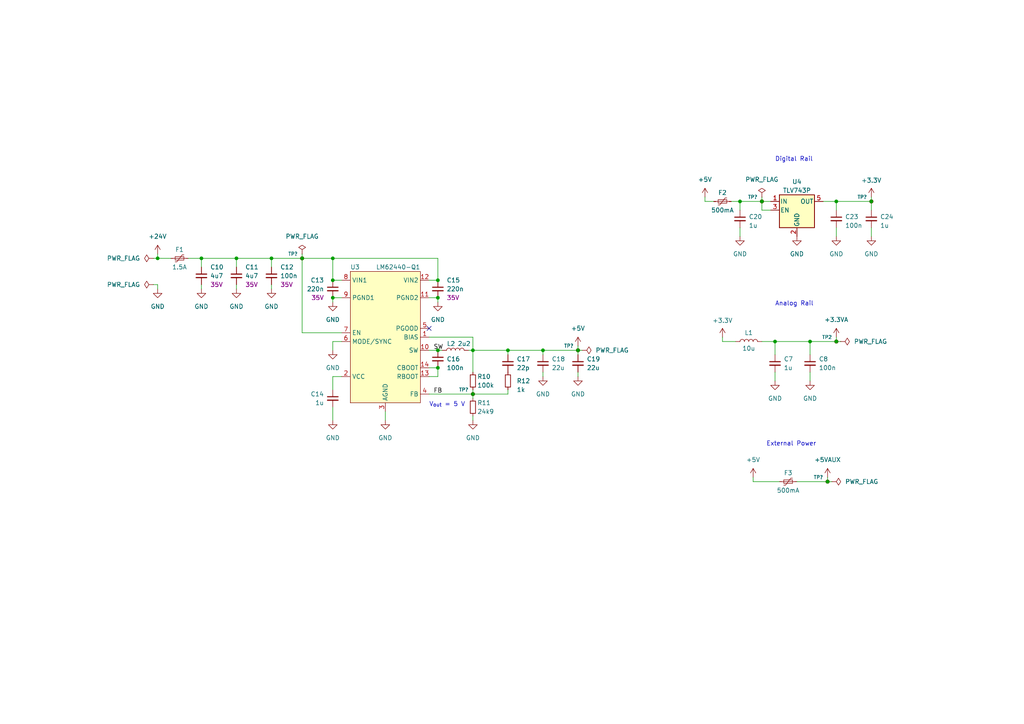
<source format=kicad_sch>
(kicad_sch (version 20230121) (generator eeschema)
  (paper "A4")
  (title_block (date "2023-09-20") (rev "${REVISION}") (company "Author: I. Kajdan") (comment 1 "Reviewer:"))
  (lib_symbols
    (symbol "Connector:TestPoint_Small" (pin_numbers hide) (pin_names (offset 0.762) hide)
      (property "Reference" "TP" (at 0 3.81 0))
      (property "Value" "TestPoint_Small" (at 0 2.032 0))
      (symbol "TestPoint_Small_0_1"
        (circle (center 0 0) (radius 0.508))
      )
      (symbol "TestPoint_Small_1_1"
        (pin passive line (at 0 0 90) (length 0) (name "1") (number "1"))
      )
    )
    (symbol "Device:C_Small" (pin_numbers hide) (pin_names (offset 0.254) hide)
      (property "Reference" "C" (at 0.254 1.778 0))
      (property "Value" "C_Small" (at 0.254 -2.032 0))
      (symbol "C_Small_0_1"
        (polyline (pts (xy -1.524 -0.508) (xy 1.524 -0.508)) (stroke (width 0.3302)))
        (polyline (pts (xy -1.524 0.508) (xy 1.524 0.508)) (stroke (width 0.3048)))
      )
      (symbol "C_Small_1_1"
        (pin passive line (at 0 2.54 270) (length 2.032) (name "~") (number "1"))
        (pin passive line (at 0 -2.54 90) (length 2.032) (name "~") (number "2"))
      )
    )
    (symbol "Device:L" (pin_numbers hide) (pin_names (offset 1.016) hide)
      (property "Reference" "L" (at -1.27 0 90))
      (property "Value" "L" (at 1.905 0 90))
      (symbol "L_0_1"
        (arc (start 0 -2.54) (mid 0.6323 -1.905) (end 0 -1.27))
        (arc (start 0 -1.27) (mid 0.6323 -0.635) (end 0 0))
        (arc (start 0 0) (mid 0.6323 0.635) (end 0 1.27))
        (arc (start 0 1.27) (mid 0.6323 1.905) (end 0 2.54))
      )
      (symbol "L_1_1"
        (pin passive line (at 0 3.81 270) (length 1.27) (name "1") (number "1"))
        (pin passive line (at 0 -3.81 90) (length 1.27) (name "2") (number "2"))
      )
    )
    (symbol "Device:Polyfuse_Small" (pin_numbers hide) (pin_names (offset 0))
      (property "Reference" "F" (at -1.905 0 90))
      (property "Value" "Polyfuse_Small" (at 1.905 0 90))
      (symbol "Polyfuse_Small_0_1"
        (rectangle (start -0.508 1.27) (end 0.508 -1.27))
        (polyline (pts (xy 0 2.54) (xy 0 -2.54)))
        (polyline (pts (xy -1.016 1.27) (xy -1.016 0.762) (xy 1.016 -0.762) (xy 1.016 -1.27)))
      )
      (symbol "Polyfuse_Small_1_1"
        (pin passive line (at 0 2.54 270) (length 0.635) (name "~") (number "1"))
        (pin passive line (at 0 -2.54 90) (length 0.635) (name "~") (number "2"))
      )
    )
    (symbol "Device:R_Small" (pin_numbers hide) (pin_names (offset 0.254) hide)
      (property "Reference" "R" (at 0.762 0.508 0))
      (property "Value" "R_Small" (at 0.762 -1.016 0))
      (symbol "R_Small_0_1"
        (rectangle (start -0.762 1.778) (end 0.762 -1.778) (stroke (width 0.2032)))
      )
      (symbol "R_Small_1_1"
        (pin passive line (at 0 2.54 270) (length 0.762) (name "~") (number "1"))
        (pin passive line (at 0 -2.54 90) (length 0.762) (name "~") (number "2"))
      )
    )
    (symbol "LM62440:LM62440"
      (property "Reference" "U" (at -10.16 20.32 0))
      (property "Value" "LM62440x" (at 10.16 20.32 0))
      (symbol "LM62440_0_1"
        (rectangle (start -10.16 19.05) (end 10.16 -19.05) (fill (type background)))
      )
      (symbol "LM62440_1_1"
        (pin power_in line (at 12.7 0 180) (length 2.54) (name "BIAS") (number "1"))
        (pin output line (at 12.7 -3.81 180) (length 2.54) (name "SW") (number "10"))
        (pin power_in line (at 12.7 11.43 180) (length 2.54) (name "PGND2") (number "11"))
        (pin power_in line (at 12.7 16.51 180) (length 2.54) (name "VIN2") (number "12"))
        (pin bidirectional line (at 12.7 -11.43 180) (length 2.54) (name "RBOOT") (number "13"))
        (pin bidirectional line (at 12.7 -8.89 180) (length 2.54) (name "CBOOT") (number "14"))
        (pin passive line (at -12.7 -11.43 0) (length 2.54) (name "VCC") (number "2"))
        (pin power_in line (at 0 -21.59 90) (length 2.54) (name "AGND") (number "3"))
        (pin input line (at 12.7 -16.51 180) (length 2.54) (name "FB") (number "4"))
        (pin output line (at 12.7 2.54 180) (length 2.54) (name "PGOOD") (number "5"))
        (pin input line (at -12.7 -1.27 0) (length 2.54) (name "MODE/SYNC") (number "6"))
        (pin input line (at -12.7 1.27 0) (length 2.54) (name "EN") (number "7"))
        (pin power_in line (at -12.7 16.51 0) (length 2.54) (name "VIN1") (number "8"))
        (pin power_in line (at -12.7 11.43 0) (length 2.54) (name "PGND1") (number "9"))
      )
    )
    (symbol "Power_Ports:+5VAUX" (power) (pin_names (offset 0))
      (property "Value" "+5VAUX" (at 0 3.81 0))
      (symbol "+5VAUX_0_1"
        (polyline (pts (xy -0.762 1.27) (xy 0 2.54)))
        (polyline (pts (xy 0 0) (xy 0 2.54)))
        (polyline (pts (xy 0 2.54) (xy 0.762 1.27)))
      )
      (symbol "+5VAUX_1_1"
        (pin power_in line (at 0 0 90) (length 0) hide (name "+5VAUX") (number "1"))
      )
    )
    (symbol "Regulator_Linear:TLV73330PDBV" (pin_names (offset 0.254))
      (property "Reference" "U" (at -3.81 5.715 0))
      (property "Value" "TLV73330PDBV" (at 0 5.715 0))
      (symbol "TLV73330PDBV_0_1"
        (rectangle (start -5.08 4.445) (end 5.08 -5.08) (stroke (width 0.254)) (fill (type background)))
      )
      (symbol "TLV73330PDBV_1_1"
        (pin power_in line (at -7.62 2.54 0) (length 2.54) (name "IN") (number "1"))
        (pin power_in line (at 0 -7.62 90) (length 2.54) (name "GND") (number "2"))
        (pin input line (at -7.62 0 0) (length 2.54) (name "EN") (number "3"))
        (pin no_connect line (at 5.08 0 180) (length 2.54) hide (name "NC") (number "4"))
        (pin power_out line (at 7.62 2.54 180) (length 2.54) (name "OUT") (number "5"))
      )
    )
    (symbol "power:+24V" (power) (pin_names (offset 0))
      (property "Value" "+24V" (at 0 3.556 0))
      (symbol "+24V_0_1"
        (polyline (pts (xy -0.762 1.27) (xy 0 2.54)))
        (polyline (pts (xy 0 0) (xy 0 2.54)))
        (polyline (pts (xy 0 2.54) (xy 0.762 1.27)))
      )
      (symbol "+24V_1_1"
        (pin power_in line (at 0 0 90) (length 0) hide (name "+24V") (number "1"))
      )
    )
    (symbol "power:+3.3V" (power) (pin_names (offset 0))
      (property "Value" "+3.3V" (at 0 3.556 0))
      (symbol "+3.3V_0_1"
        (polyline (pts (xy -0.762 1.27) (xy 0 2.54)))
        (polyline (pts (xy 0 0) (xy 0 2.54)))
        (polyline (pts (xy 0 2.54) (xy 0.762 1.27)))
      )
      (symbol "+3.3V_1_1"
        (pin power_in line (at 0 0 90) (length 0) hide (name "+3.3V") (number "1"))
      )
    )
    (symbol "power:+3.3VA" (power) (pin_names (offset 0))
      (property "Value" "+3.3VA" (at 0 3.556 0))
      (symbol "+3.3VA_0_1"
        (polyline (pts (xy -0.762 1.27) (xy 0 2.54)))
        (polyline (pts (xy 0 0) (xy 0 2.54)))
        (polyline (pts (xy 0 2.54) (xy 0.762 1.27)))
      )
      (symbol "+3.3VA_1_1"
        (pin power_in line (at 0 0 90) (length 0) hide (name "+3.3VA") (number "1"))
      )
    )
    (symbol "power:+5V" (power) (pin_names (offset 0))
      (property "Value" "+5V" (at 0 3.556 0))
      (symbol "+5V_0_1"
        (polyline (pts (xy -0.762 1.27) (xy 0 2.54)))
        (polyline (pts (xy 0 0) (xy 0 2.54)))
        (polyline (pts (xy 0 2.54) (xy 0.762 1.27)))
      )
      (symbol "+5V_1_1"
        (pin power_in line (at 0 0 90) (length 0) hide (name "+5V") (number "1"))
      )
    )
    (symbol "power:GND" (power) (pin_names (offset 0))
      (property "Value" "GND" (at 0 -3.81 0))
      (symbol "GND_0_1"
        (polyline (pts (xy 0 0) (xy 0 -1.27) (xy 1.27 -1.27) (xy 0 -2.54) (xy -1.27 -1.27) (xy 0 -1.27)))
      )
      (symbol "GND_1_1"
        (pin power_in line (at 0 0 270) (length 0) hide (name "GND") (number "1"))
      )
    )
    (symbol "power:PWR_FLAG" (power) (pin_numbers hide) (pin_names (offset 0) hide)
      (property "Value" "PWR_FLAG" (at 0 3.81 0))
      (symbol "PWR_FLAG_0_0"
        (pin power_out line (at 0 0 90) (length 0) (name "pwr") (number "1"))
      )
      (symbol "PWR_FLAG_0_1"
        (polyline (pts (xy 0 0) (xy 0 1.27) (xy -1.016 1.905) (xy 0 2.54) (xy 1.016 1.905) (xy 0 1.27)))
      )
    )
  )
  (junction (at 87.63 74.93))
  (junction (at 167.64 101.6))
  (junction (at 240.03 139.7))
  (junction (at 252.73 58.42))
  (junction (at 127 81.28))
  (junction (at 220.98 58.42))
  (junction (at 127 101.6))
  (junction (at 224.79 99.06))
  (junction (at 214.63 58.42))
  (junction (at 58.42 74.93))
  (junction (at 127 106.68))
  (junction (at 147.32 101.6))
  (junction (at 96.52 74.93))
  (junction (at 137.16 114.3))
  (junction (at 96.52 81.28))
  (junction (at 157.48 101.6))
  (junction (at 68.58 74.93))
  (junction (at 127 86.36))
  (junction (at 96.52 86.36))
  (junction (at 78.74 74.93))
  (junction (at 242.57 99.06))
  (junction (at 234.95 99.06))
  (junction (at 137.16 101.6))
  (junction (at 242.57 58.42))
  (junction (at 45.72 74.93))
  (no_connect (at 124.46 95.25))
  (wire (pts (xy 96.52 86.36) (xy 96.52 87.63)))
  (wire (pts (xy 147.32 101.6) (xy 147.32 102.87)))
  (wire (pts (xy 68.58 74.93) (xy 78.74 74.93)))
  (wire (pts (xy 218.44 138.43) (xy 218.44 139.7)))
  (wire (pts (xy 45.72 82.55) (xy 45.72 83.82)))
  (wire (pts (xy 45.72 74.93) (xy 49.53 74.93)))
  (wire (pts (xy 135.89 101.6) (xy 137.16 101.6)))
  (wire (pts (xy 127 109.22) (xy 127 106.68)))
  (wire (pts (xy 147.32 113.03) (xy 147.32 114.3)))
  (wire (pts (xy 137.16 120.65) (xy 137.16 121.92)))
  (wire (pts (xy 96.52 74.93) (xy 127 74.93)))
  (wire (pts (xy 96.52 74.93) (xy 96.52 81.28)))
  (wire (pts (xy 124.46 86.36) (xy 127 86.36)))
  (wire (pts (xy 242.57 58.42) (xy 242.57 60.96)))
  (wire (pts (xy 214.63 58.42) (xy 220.98 58.42)))
  (wire (pts (xy 242.57 66.04) (xy 242.57 68.58)))
  (wire (pts (xy 242.57 97.79) (xy 242.57 99.06)))
  (wire (pts (xy 234.95 99.06) (xy 242.57 99.06)))
  (wire (pts (xy 96.52 86.36) (xy 99.06 86.36)))
  (wire (pts (xy 96.52 99.06) (xy 99.06 99.06)))
  (wire (pts (xy 58.42 74.93) (xy 68.58 74.93)))
  (wire (pts (xy 96.52 113.03) (xy 96.52 109.22)))
  (wire (pts (xy 224.79 102.87) (xy 224.79 99.06)))
  (wire (pts (xy 167.64 101.6) (xy 167.64 102.87)))
  (wire (pts (xy 167.64 100.33) (xy 167.64 101.6)))
  (wire (pts (xy 238.76 58.42) (xy 242.57 58.42)))
  (wire (pts (xy 44.45 82.55) (xy 45.72 82.55)))
  (wire (pts (xy 209.55 97.79) (xy 209.55 99.06)))
  (wire (pts (xy 252.73 58.42) (xy 252.73 60.96)))
  (wire (pts (xy 128.27 101.6) (xy 127 101.6)))
  (wire (pts (xy 218.44 139.7) (xy 226.06 139.7)))
  (wire (pts (xy 214.63 66.04) (xy 214.63 68.58)))
  (wire (pts (xy 87.63 74.93) (xy 96.52 74.93)))
  (wire (pts (xy 78.74 83.82) (xy 78.74 82.55)))
  (wire (pts (xy 68.58 82.55) (xy 68.58 83.82)))
  (wire (pts (xy 124.46 109.22) (xy 127 109.22)))
  (wire (pts (xy 54.61 74.93) (xy 58.42 74.93)))
  (wire (pts (xy 157.48 107.95) (xy 157.48 109.22)))
  (wire (pts (xy 214.63 60.96) (xy 214.63 58.42)))
  (wire (pts (xy 96.52 101.6) (xy 96.52 99.06)))
  (wire (pts (xy 204.47 58.42) (xy 207.01 58.42)))
  (wire (pts (xy 220.98 58.42) (xy 223.52 58.42)))
  (wire (pts (xy 157.48 101.6) (xy 167.64 101.6)))
  (wire (pts (xy 241.3 139.7) (xy 240.03 139.7)))
  (wire (pts (xy 111.76 119.38) (xy 111.76 121.92)))
  (wire (pts (xy 127 74.93) (xy 127 81.28)))
  (wire (pts (xy 242.57 99.06) (xy 243.84 99.06)))
  (wire (pts (xy 234.95 107.95) (xy 234.95 110.49)))
  (wire (pts (xy 167.64 107.95) (xy 167.64 109.22)))
  (wire (pts (xy 209.55 99.06) (xy 213.36 99.06)))
  (wire (pts (xy 240.03 138.43) (xy 240.03 139.7)))
  (wire (pts (xy 137.16 115.57) (xy 137.16 114.3)))
  (wire (pts (xy 87.63 96.52) (xy 99.06 96.52)))
  (wire (pts (xy 167.64 101.6) (xy 168.91 101.6)))
  (wire (pts (xy 96.52 118.11) (xy 96.52 121.92)))
  (wire (pts (xy 124.46 101.6) (xy 127 101.6)))
  (wire (pts (xy 212.09 58.42) (xy 214.63 58.42)))
  (wire (pts (xy 252.73 66.04) (xy 252.73 68.58)))
  (wire (pts (xy 96.52 109.22) (xy 99.06 109.22)))
  (wire (pts (xy 137.16 97.79) (xy 137.16 101.6)))
  (wire (pts (xy 220.98 60.96) (xy 223.52 60.96)))
  (wire (pts (xy 252.73 58.42) (xy 242.57 58.42)))
  (wire (pts (xy 124.46 97.79) (xy 137.16 97.79)))
  (wire (pts (xy 68.58 74.93) (xy 68.58 77.47)))
  (wire (pts (xy 137.16 101.6) (xy 137.16 107.95)))
  (wire (pts (xy 220.98 99.06) (xy 224.79 99.06)))
  (wire (pts (xy 78.74 74.93) (xy 87.63 74.93)))
  (wire (pts (xy 58.42 74.93) (xy 58.42 77.47)))
  (wire (pts (xy 87.63 96.52) (xy 87.63 74.93)))
  (wire (pts (xy 127 81.28) (xy 124.46 81.28)))
  (wire (pts (xy 157.48 101.6) (xy 157.48 102.87)))
  (wire (pts (xy 147.32 114.3) (xy 137.16 114.3)))
  (wire (pts (xy 44.45 74.93) (xy 45.72 74.93)))
  (wire (pts (xy 234.95 99.06) (xy 234.95 102.87)))
  (wire (pts (xy 224.79 99.06) (xy 234.95 99.06)))
  (wire (pts (xy 124.46 106.68) (xy 127 106.68)))
  (wire (pts (xy 231.14 139.7) (xy 240.03 139.7)))
  (wire (pts (xy 137.16 101.6) (xy 147.32 101.6)))
  (wire (pts (xy 78.74 74.93) (xy 78.74 77.47)))
  (wire (pts (xy 127 86.36) (xy 127 87.63)))
  (wire (pts (xy 58.42 82.55) (xy 58.42 83.82)))
  (wire (pts (xy 204.47 57.15) (xy 204.47 58.42)))
  (wire (pts (xy 220.98 57.15) (xy 220.98 58.42)))
  (wire (pts (xy 45.72 73.66) (xy 45.72 74.93)))
  (wire (pts (xy 220.98 58.42) (xy 220.98 60.96)))
  (wire (pts (xy 137.16 113.03) (xy 137.16 114.3)))
  (wire (pts (xy 252.73 57.15) (xy 252.73 58.42)))
  (wire (pts (xy 224.79 107.95) (xy 224.79 110.49)))
  (wire (pts (xy 99.06 81.28) (xy 96.52 81.28)))
  (wire (pts (xy 147.32 101.6) (xy 157.48 101.6)))
  (wire (pts (xy 124.46 114.3) (xy 137.16 114.3)))
  (wire (pts (xy 87.63 73.66) (xy 87.63 74.93)))
  (text "Analog Rail" (at 224.79 88.9 0) (effects (font (size 1.27 1.27)) (justify left bottom)))
  (text "Digital Rail" (at 224.79 46.99 0) (effects (font (size 1.27 1.27)) (justify left bottom)))
  (text "V_{out} = 5 V" (at 124.46 118.11 0) (effects (font (size 1.27 1.27)) (justify left bottom)))
  (text "External Power" (at 222.25 129.54 0) (effects (font (size 1.27 1.27)) (justify left bottom)))
  (label "SW" (at 125.73 101.6 0))
  (label "FB" (at 125.73 114.3 0))
  (symbol (lib_id "Connector:TestPoint_Small") (at 242.57 99.06 0) (unit 1) (in_bom no)
    (property "Reference" "TP2" (at 241.3 97.79 0) (effects (font (size 1 1)) (justify right)))
    (property "Value" "TestPoint_Small" (effects hide))
    (property "Footprint" "TestPoint:TestPoint_Pad_D1.0mm" (effects hide))
    (instances (project "rearbox" (path "" (reference "TP2") (unit 1)) (path "" (reference "TP8") (unit 1))))
  )
  (symbol (lib_id "power:GND") (at 224.79 110.49 0) (unit 1)
    (property "Reference" "#PWR016" (effects hide))
    (property "Value" "GND" (at 224.79 115.57 0))
    (instances (project "rearbox" (path "" (reference "#PWR016") (unit 1)) (path "" (reference "#PWR038") (unit 1))))
  )
  (symbol (lib_id "Connector:TestPoint_Small") (at 252.73 58.42 0) (unit 1)
    (property "Reference" "TP?" (at 251.46 57.15 0) (effects (font (size 1 1)) (justify right)))
    (property "Value" "TestPoint_Small" (effects hide))
    (property "Footprint" "TestPoint:TestPoint_Pad_D1.0mm" (effects hide))
    (instances (project "rearbox" (path "" (reference "TP?") (unit 1)) (path "" (reference "TP3") (unit 1)) (path "" (reference "TP1") (unit 1)) (path "" (reference "TP9") (unit 1))))
  )
  (symbol (lib_id "power:GND") (at 96.52 101.6 0) (unit 1)
    (property "Reference" "#PWR026" (effects hide))
    (property "Value" "GND" (at 96.52 106.68 0))
  )
  (symbol (lib_id "Connector:TestPoint_Small") (at 137.16 114.3 0) (unit 1)
    (property "Reference" "TP?" (at 135.89 113.03 0) (effects (font (size 1 1)) (justify right)))
    (property "Value" "TestPoint_Small" (effects hide))
    (property "Footprint" "TestPoint:TestPoint_Pad_D1.0mm" (effects hide))
    (instances (project "rearbox" (path "" (reference "TP?") (unit 1)) (path "" (reference "TP3") (unit 1)) (path "" (reference "TP1") (unit 1)) (path "" (reference "TP4") (unit 1))))
  )
  (symbol (lib_id "power:PWR_FLAG") (at 241.3 139.7 270) (unit 1)
    (property "Reference" "#FLG08" (effects hide))
    (property "Value" "PWR_FLAG" (at 245.11 139.7 90) (effects (justify left)))
  )
  (symbol (lib_id "power:PWR_FLAG") (at 168.91 101.6 270) (unit 1)
    (property "Reference" "#FLG06" (effects hide))
    (property "Value" "PWR_FLAG" (at 172.72 101.6 90) (effects (justify left)))
  )
  (symbol (lib_id "Device:C_Small") (at 214.63 63.5 0) (unit 1)
    (property "Reference" "C20" (at 217.17 62.8713 0) (effects (justify left)))
    (property "Value" "1u" (at 217.17 65.4113 0) (effects (justify left)))
    (property "Footprint" "Capacitor_SMD:C_0603_1608Metric" (effects hide))
  )
  (symbol (lib_id "LM62440:LM62440") (at 111.76 97.79 0) (unit 1)
    (property "Reference" "U3" (at 101.6 77.47 0) (effects (justify left)))
    (property "Value" "LM62440-Q1" (at 121.92 77.47 0) (effects (justify right)))
    (property "Footprint" "Local_Library:IC_LM61460AANRJRR" (effects hide))
    (property "Datasheet" "https://www.ti.com/lit/gpn/lm62440-q1" (effects hide))
  )
  (symbol (lib_id "Device:C_Small") (at 252.73 63.5 0) (unit 1)
    (property "Reference" "C24" (at 255.27 62.8713 0) (effects (justify left)))
    (property "Value" "1u" (at 255.27 65.4113 0) (effects (justify left)))
    (property "Footprint" "Capacitor_SMD:C_0603_1608Metric" (effects hide))
  )
  (symbol (lib_id "power:GND") (at 78.74 83.82 0) (unit 1)
    (property "Reference" "#PWR011" (effects hide))
    (property "Value" "GND" (at 78.74 88.9 0))
    (instances (project "rearbox" (path "" (reference "#PWR011") (unit 1)) (path "" (reference "#PWR024") (unit 1))) (project "suspension_tension_meter" (path "" (reference "#PWR?") (unit 1))))
  )
  (symbol (lib_id "Device:R_Small") (at 137.16 110.49 0) (unit 1)
    (property "Reference" "R10" (at 138.43 109.22 0) (effects (justify left)))
    (property "Value" "100k" (at 138.43 111.76 0) (effects (justify left)))
    (property "Footprint" "Resistor_SMD:R_0603_1608Metric" (effects hide))
  )
  (symbol (lib_id "power:+3.3V") (at 252.73 57.15 0) (unit 1)
    (property "Reference" "#PWR010" (effects hide))
    (property "Value" "+3.3V" (at 252.73 52.324 0))
    (instances (project "rearbox" (path "" (reference "#PWR010") (unit 1)) (path "" (reference "#PWR044") (unit 1))))
  )
  (symbol (lib_id "Device:C_Small") (at 127 104.14 0) (mirror y) (unit 1)
    (property "Reference" "C16" (at 129.54 104.14 0) (effects (justify right)))
    (property "Value" "100n" (at 129.54 106.68 0) (effects (justify right)))
    (property "Footprint" "Capacitor_SMD:C_0603_1608Metric" (effects hide))
  )
  (symbol (lib_id "power:GND") (at 127 87.63 0) (unit 1)
    (property "Reference" "#PWR029" (effects hide))
    (property "Value" "GND" (at 127 92.71 0))
  )
  (symbol (lib_id "Device:C_Small") (at 78.74 80.01 0) (mirror y) (unit 1)
    (property "Reference" "C12" (at 81.28 77.47 0) (effects (justify right)))
    (property "Value" "100n" (at 81.28 80.01 0) (effects (justify right)))
    (property "Footprint" "Capacitor_SMD:C_0603_1608Metric" (effects hide))
    (property "Voltage" "35V" (at 81.28 82.55 0) (effects (justify right)))
  )
  (symbol (lib_id "power:GND") (at 58.42 83.82 0) (unit 1)
    (property "Reference" "#PWR011" (effects hide))
    (property "Value" "GND" (at 58.42 88.9 0))
    (instances (project "rearbox" (path "" (reference "#PWR011") (unit 1)) (path "" (reference "#PWR022") (unit 1))) (project "suspension_tension_meter" (path "" (reference "#PWR?") (unit 1))))
  )
  (symbol (lib_id "Device:C_Small") (at 96.52 115.57 0) (unit 1)
    (property "Reference" "C14" (at 93.98 114.3 0) (effects (justify right)))
    (property "Value" "1u" (at 93.98 116.84 0) (effects (justify right)))
    (property "Footprint" "Capacitor_SMD:C_0603_1608Metric" (effects hide))
  )
  (symbol (lib_id "power:GND") (at 167.64 109.22 0) (unit 1)
    (property "Reference" "#PWR011" (effects hide))
    (property "Value" "GND" (at 167.64 114.3 0))
    (instances (project "rearbox" (path "" (reference "#PWR011") (unit 1)) (path "" (reference "#PWR033") (unit 1))) (project "suspension_tension_meter" (path "" (reference "#PWR?") (unit 1))))
  )
  (symbol (lib_id "power:+3.3V") (at 209.55 97.79 0) (unit 1)
    (property "Reference" "#PWR010" (effects hide))
    (property "Value" "+3.3V" (at 209.55 92.964 0))
    (instances (project "rearbox" (path "" (reference "#PWR010") (unit 1)) (path "" (reference "#PWR035") (unit 1))))
  )
  (symbol (lib_id "power:GND") (at 111.76 121.92 0) (unit 1)
    (property "Reference" "#PWR011" (effects hide))
    (property "Value" "GND" (at 111.76 127 0))
    (instances (project "rearbox" (path "" (reference "#PWR011") (unit 1)) (path "" (reference "#PWR028") (unit 1))) (project "suspension_tension_meter" (path "" (reference "#PWR?") (unit 1))))
  )
  (symbol (lib_id "Device:C_Small") (at 224.79 105.41 0) (unit 1)
    (property "Reference" "C7" (at 227.33 104.14 0) (effects (justify left)))
    (property "Value" "1u" (at 227.33 106.68 0) (effects (justify left)))
    (property "Footprint" "Capacitor_SMD:C_0603_1608Metric" (effects hide))
    (instances (project "rearbox" (path "" (reference "C7") (unit 1)) (path "" (reference "C21") (unit 1))))
  )
  (symbol (lib_id "power:GND") (at 242.57 68.58 0) (unit 1)
    (property "Reference" "#PWR042" (effects hide))
    (property "Value" "GND" (at 242.57 73.66 0))
  )
  (symbol (lib_id "Device:C_Small") (at 147.32 105.41 0) (mirror y) (unit 1)
    (property "Reference" "C17" (at 149.86 104.14 0) (effects (justify right)))
    (property "Value" "22p" (at 149.86 106.68 0) (effects (justify right)))
    (property "Footprint" "Capacitor_SMD:C_0603_1608Metric" (effects hide))
  )
  (symbol (lib_id "Connector:TestPoint_Small") (at 220.98 58.42 0) (unit 1)
    (property "Reference" "TP?" (at 219.71 57.15 0) (effects (font (size 1 1)) (justify right)))
    (property "Value" "TestPoint_Small" (effects hide))
    (property "Footprint" "TestPoint:TestPoint_Pad_D1.0mm" (effects hide))
    (instances (project "rearbox" (path "" (reference "TP?") (unit 1)) (path "" (reference "TP3") (unit 1)) (path "" (reference "TP1") (unit 1)) (path "" (reference "TP6") (unit 1))))
  )
  (symbol (lib_id "power:GND") (at 96.52 87.63 0) (unit 1)
    (property "Reference" "#PWR011" (effects hide))
    (property "Value" "GND" (at 96.52 92.71 0))
    (instances (project "rearbox" (path "" (reference "#PWR011") (unit 1)) (path "" (reference "#PWR025") (unit 1))) (project "suspension_tension_meter" (path "" (reference "#PWR?") (unit 1))))
  )
  (symbol (lib_id "power:+24V") (at 45.72 73.66 0) (unit 1)
    (property "Reference" "#PWR020" (effects hide))
    (property "Value" "+24V" (at 45.72 68.58 0))
  )
  (symbol (lib_id "power:GND") (at 45.72 83.82 0) (unit 1)
    (property "Reference" "#PWR011" (effects hide))
    (property "Value" "GND" (at 45.72 88.9 0))
    (instances (project "rearbox" (path "" (reference "#PWR011") (unit 1)) (path "" (reference "#PWR021") (unit 1))) (project "suspension_tension_meter" (path "" (reference "#PWR?") (unit 1))))
  )
  (symbol (lib_id "power:GND") (at 231.14 68.58 0) (unit 1)
    (property "Reference" "#PWR039" (effects hide))
    (property "Value" "GND" (at 231.14 73.66 0))
  )
  (symbol (lib_id "Regulator_Linear:TLV73330PDBV") (at 231.14 60.96 0) (unit 1)
    (property "Reference" "U4" (at 231.14 52.705 0))
    (property "Value" "TLV743P" (at 231.14 55.245 0))
    (property "Footprint" "Package_TO_SOT_SMD:SOT-23-5" (effects hide))
    (property "Datasheet" "https://www.ti.com/lit/ds/symlink/tlv743p.pdf" (effects hide))
  )
  (symbol (lib_id "Connector:TestPoint_Small") (at 167.64 101.6 0) (unit 1)
    (property "Reference" "TP?" (at 166.37 100.33 0) (effects (font (size 1 1)) (justify right)))
    (property "Value" "TestPoint_Small" (effects hide))
    (property "Footprint" "TestPoint:TestPoint_Pad_D1.0mm" (effects hide))
    (instances (project "rearbox" (path "" (reference "TP?") (unit 1)) (path "" (reference "TP3") (unit 1)) (path "" (reference "TP1") (unit 1)) (path "" (reference "TP5") (unit 1))))
  )
  (symbol (lib_id "Device:C_Small") (at 127 83.82 0) (mirror y) (unit 1)
    (property "Reference" "C15" (at 129.54 81.28 0) (effects (justify right)))
    (property "Value" "220n" (at 129.54 83.82 0) (effects (justify right)))
    (property "Footprint" "Capacitor_SMD:C_0603_1608Metric" (effects hide))
    (property "Voltage" "35V" (at 129.54 86.36 0) (effects (justify right)))
  )
  (symbol (lib_id "Device:C_Small") (at 68.58 80.01 0) (mirror y) (unit 1)
    (property "Reference" "C11" (at 71.12 77.47 0) (effects (justify right)))
    (property "Value" "4u7" (at 71.12 80.01 0) (effects (justify right)))
    (property "Footprint" "Capacitor_SMD:C_0603_1608Metric" (effects hide))
    (property "Voltage" "35V" (at 71.12 82.55 0) (effects (justify right)))
  )
  (symbol (lib_id "power:PWR_FLAG") (at 44.45 82.55 90) (unit 1)
    (property "Reference" "#FLG04" (effects hide))
    (property "Value" "PWR_FLAG" (at 40.64 82.55 90) (effects (justify left)))
    (instances (project "rearbox" (path "" (reference "#FLG04") (unit 1))) (project "suspension_tension_meter" (path "" (reference "#FLG?") (unit 1))))
  )
  (symbol (lib_id "power:GND") (at 252.73 68.58 0) (unit 1)
    (property "Reference" "#PWR045" (effects hide))
    (property "Value" "GND" (at 252.73 73.66 0))
  )
  (symbol (lib_id "power:GND") (at 214.63 68.58 0) (unit 1)
    (property "Reference" "#PWR036" (effects hide))
    (property "Value" "GND" (at 214.63 73.66 0))
  )
  (symbol (lib_id "Connector:TestPoint_Small") (at 87.63 74.93 0) (unit 1)
    (property "Reference" "TP?" (at 86.36 73.66 0) (effects (font (size 1 1)) (justify right)))
    (property "Value" "TestPoint_Small" (effects hide))
    (property "Footprint" "TestPoint:TestPoint_Pad_D1.0mm" (effects hide))
    (instances (project "rearbox" (path "" (reference "TP?") (unit 1)) (path "" (reference "TP3") (unit 1)) (path "" (reference "TP1") (unit 1)) (path "" (reference "TP3") (unit 1))))
  )
  (symbol (lib_id "power:GND") (at 68.58 83.82 0) (unit 1)
    (property "Reference" "#PWR011" (effects hide))
    (property "Value" "GND" (at 68.58 88.9 0))
    (instances (project "rearbox" (path "" (reference "#PWR011") (unit 1)) (path "" (reference "#PWR023") (unit 1))) (project "suspension_tension_meter" (path "" (reference "#PWR?") (unit 1))))
  )
  (symbol (lib_id "power:PWR_FLAG") (at 87.63 73.66 0) (unit 1)
    (property "Reference" "#FLG05" (effects hide))
    (property "Value" "PWR_FLAG" (at 87.63 68.58 0))
    (instances (project "rearbox" (path "" (reference "#FLG05") (unit 1))) (project "suspension_tension_meter" (path "" (reference "#FLG?") (unit 1))))
  )
  (symbol (lib_id "power:+5V") (at 167.64 100.33 0) (unit 1)
    (property "Reference" "#PWR032" (effects hide))
    (property "Value" "+5V" (at 167.64 95.25 0))
  )
  (symbol (lib_id "power:GND") (at 157.48 109.22 0) (unit 1)
    (property "Reference" "#PWR011" (effects hide))
    (property "Value" "GND" (at 157.48 114.3 0))
    (instances (project "rearbox" (path "" (reference "#PWR011") (unit 1)) (path "" (reference "#PWR031") (unit 1))) (project "suspension_tension_meter" (path "" (reference "#PWR?") (unit 1))))
  )
  (symbol (lib_id "Connector:TestPoint_Small") (at 240.03 139.7 0) (unit 1)
    (property "Reference" "TP?" (at 238.76 138.43 0) (effects (font (size 1 1)) (justify right)))
    (property "Value" "TestPoint_Small" (effects hide))
    (property "Footprint" "TestPoint:TestPoint_Pad_D1.0mm" (effects hide))
    (instances (project "rearbox" (path "" (reference "TP?") (unit 1)) (path "" (reference "TP3") (unit 1)) (path "" (reference "TP1") (unit 1)) (path "" (reference "TP7") (unit 1))))
  )
  (symbol (lib_id "power:PWR_FLAG") (at 243.84 99.06 270) (unit 1)
    (property "Reference" "#FLG02" (effects hide))
    (property "Value" "PWR_FLAG" (at 247.65 99.06 90) (effects (justify left)))
    (instances (project "rearbox" (path "" (reference "#FLG02") (unit 1)) (path "" (reference "#FLG09") (unit 1))) (project "apps" (path "" (reference "#FLG01") (unit 1))))
  )
  (symbol (lib_id "Device:C_Small") (at 58.42 80.01 0) (mirror y) (unit 1)
    (property "Reference" "C10" (at 60.96 77.47 0) (effects (justify right)))
    (property "Value" "4u7" (at 60.96 80.01 0) (effects (justify right)))
    (property "Footprint" "Capacitor_SMD:C_0603_1608Metric" (effects hide))
    (property "Voltage" "35V" (at 60.96 82.55 0) (effects (justify right)))
  )
  (symbol (lib_id "power:+5V") (at 218.44 138.43 0) (unit 1)
    (property "Reference" "#PWR037" (effects hide))
    (property "Value" "+5V" (at 218.44 133.35 0))
  )
  (symbol (lib_id "Device:C_Small") (at 234.95 105.41 0) (unit 1)
    (property "Reference" "C8" (at 237.49 104.14 0) (effects (justify left)))
    (property "Value" "100n" (at 237.49 106.68 0) (effects (justify left)))
    (property "Footprint" "Capacitor_SMD:C_0603_1608Metric" (effects hide))
    (instances (project "rearbox" (path "" (reference "C8") (unit 1)) (path "" (reference "C22") (unit 1))))
  )
  (symbol (lib_id "Device:L") (at 132.08 101.6 90) (unit 1)
    (property "Reference" "L2" (at 130.81 99.695 90))
    (property "Value" "2u2" (at 134.62 99.695 90))
    (property "Footprint" "Inductor_SMD:L_Abracon_ASPI-4030S" (effects hide))
  )
  (symbol (lib_id "power:PWR_FLAG") (at 44.45 74.93 90) (unit 1)
    (property "Reference" "#FLG03" (effects hide))
    (property "Value" "PWR_FLAG" (at 40.64 74.93 90) (effects (justify left)))
    (instances (project "rearbox" (path "" (reference "#FLG03") (unit 1))) (project "suspension_tension_meter" (path "" (reference "#FLG?") (unit 1))))
  )
  (symbol (lib_id "Device:C_Small") (at 96.52 83.82 0) (unit 1)
    (property "Reference" "C13" (at 93.98 81.28 0) (effects (justify right)))
    (property "Value" "220n" (at 93.98 83.82 0) (effects (justify right)))
    (property "Footprint" "Capacitor_SMD:C_0603_1608Metric" (effects hide))
    (property "Voltage" "35V" (at 93.98 86.36 0) (effects (justify right)))
  )
  (symbol (lib_id "Device:Polyfuse_Small") (at 52.07 74.93 90) (unit 1)
    (property "Reference" "F1" (at 52.07 72.39 90))
    (property "Value" "1.5A" (at 52.07 77.47 90))
    (property "Footprint" "Fuse:Fuse_0603_1608Metric" (effects hide))
    (instances (project "rearbox" (path "" (reference "F1") (unit 1))) (project "suspension_tension_meter" (path "" (reference "F?") (unit 1))))
  )
  (symbol (lib_id "power:GND") (at 96.52 121.92 0) (unit 1)
    (property "Reference" "#PWR011" (effects hide))
    (property "Value" "GND" (at 96.52 127 0))
    (instances (project "rearbox" (path "" (reference "#PWR011") (unit 1)) (path "" (reference "#PWR027") (unit 1))) (project "suspension_tension_meter" (path "" (reference "#PWR?") (unit 1))))
  )
  (symbol (lib_id "Device:R_Small") (at 137.16 118.11 0) (unit 1)
    (property "Reference" "R11" (at 138.43 116.84 0) (effects (justify left)))
    (property "Value" "24k9" (at 138.43 119.38 0) (effects (justify left)))
    (property "Footprint" "Resistor_SMD:R_0603_1608Metric" (effects hide))
  )
  (symbol (lib_id "Device:Polyfuse_Small") (at 228.6 139.7 90) (unit 1)
    (property "Reference" "F3" (at 228.6 137.16 90))
    (property "Value" "500mA" (at 228.6 142.24 90))
    (property "Footprint" "Fuse:Fuse_0603_1608Metric" (effects hide))
    (property "Datasheet" "https://www.mouser.pl/ProductDetail/Bussmann-Eaton/PTS18128V110?qs=QmibqUXyDhRaoNdJZeFheA%3D%3D" (effects hide))
  )
  (symbol (lib_id "power:+5V") (at 204.47 57.15 0) (unit 1)
    (property "Reference" "#PWR034" (effects hide))
    (property "Value" "+5V" (at 204.47 52.07 0))
  )
  (symbol (lib_id "power:+3.3VA") (at 242.57 97.79 0) (unit 1)
    (property "Reference" "#PWR043" (effects hide))
    (property "Value" "+3.3VA" (at 242.57 92.71 0))
    (instances (project "rearbox" (path "" (reference "#PWR043") (unit 1)) (path "" (reference "#PWR?") (unit 1))))
  )
  (symbol (lib_id "Device:C_Small") (at 167.64 105.41 0) (mirror y) (unit 1)
    (property "Reference" "C19" (at 170.18 104.14 0) (effects (justify right)))
    (property "Value" "22u" (at 170.18 106.68 0) (effects (justify right)))
    (property "Footprint" "Capacitor_SMD:C_0603_1608Metric" (effects hide))
  )
  (symbol (lib_id "Device:C_Small") (at 157.48 105.41 0) (mirror y) (unit 1)
    (property "Reference" "C18" (at 160.02 104.14 0) (effects (justify right)))
    (property "Value" "22u" (at 160.02 106.68 0) (effects (justify right)))
    (property "Footprint" "Capacitor_SMD:C_0603_1608Metric" (effects hide))
  )
  (symbol (lib_id "Power_Ports:+5VAUX") (at 240.03 138.43 0) (unit 1)
    (property "Reference" "#PWR041" (effects hide))
    (property "Value" "+5VAUX" (at 240.03 133.35 0))
  )
  (symbol (lib_id "Device:Polyfuse_Small") (at 209.55 58.42 90) (unit 1)
    (property "Reference" "F2" (at 209.55 55.88 90))
    (property "Value" "500mA" (at 209.55 60.96 90))
    (property "Footprint" "Fuse:Fuse_0603_1608Metric" (effects hide))
    (property "Datasheet" "https://www.mouser.pl/ProductDetail/Bussmann-Eaton/PTS18128V110?qs=QmibqUXyDhRaoNdJZeFheA%3D%3D" (effects hide))
  )
  (symbol (lib_id "power:PWR_FLAG") (at 220.98 57.15 0) (unit 1)
    (property "Reference" "#FLG07" (effects hide))
    (property "Value" "PWR_FLAG" (at 220.98 52.07 0))
    (instances (project "rearbox" (path "" (reference "#FLG07") (unit 1))) (project "suspension_tension_meter" (path "" (reference "#FLG?") (unit 1))))
  )
  (symbol (lib_id "Device:R_Small") (at 147.32 110.49 0) (unit 1)
    (property "Reference" "R12" (at 149.86 110.49 0) (effects (justify left)))
    (property "Value" "1k" (at 149.86 113.03 0) (effects (justify left)))
    (property "Footprint" "Resistor_SMD:R_0603_1608Metric" (effects hide))
  )
  (symbol (lib_id "power:GND") (at 234.95 110.49 0) (unit 1)
    (property "Reference" "#PWR018" (effects hide))
    (property "Value" "GND" (at 234.95 115.57 0))
    (instances (project "rearbox" (path "" (reference "#PWR018") (unit 1)) (path "" (reference "#PWR040") (unit 1))))
  )
  (symbol (lib_id "Device:C_Small") (at 242.57 63.5 0) (unit 1)
    (property "Reference" "C23" (at 245.11 62.8713 0) (effects (justify left)))
    (property "Value" "100n" (at 245.11 65.4113 0) (effects (justify left)))
    (property "Footprint" "Capacitor_SMD:C_0603_1608Metric" (effects hide))
  )
  (symbol (lib_id "power:GND") (at 137.16 121.92 0) (unit 1)
    (property "Reference" "#PWR011" (effects hide))
    (property "Value" "GND" (at 137.16 127 0))
    (instances (project "rearbox" (path "" (reference "#PWR011") (unit 1)) (path "" (reference "#PWR030") (unit 1))) (project "suspension_tension_meter" (path "" (reference "#PWR?") (unit 1))))
  )
  (symbol (lib_id "Device:L") (at 217.17 99.06 90) (unit 1)
    (property "Reference" "L1" (at 217.17 96.52 90))
    (property "Value" "10u" (at 217.17 100.33 90) (effects (justify bottom)))
    (property "Footprint" "Inductor_SMD:L_0603_1608Metric" (effects hide))
    (instances (project "rearbox" (path "" (reference "L1") (unit 1)) (path "" (reference "L3") (unit 1))) (project "apps" (path "" (reference "L1") (unit 1))))
  )
)
</source>
